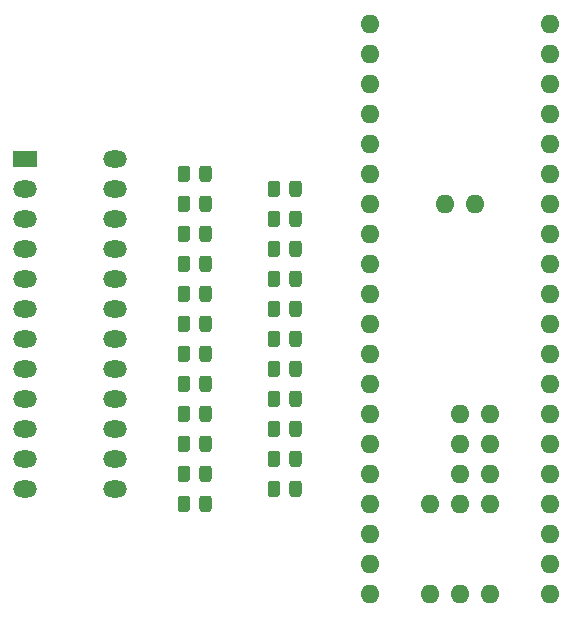
<source format=gbr>
%TF.GenerationSoftware,KiCad,Pcbnew,(5.1.9)-1*%
%TF.CreationDate,2021-02-16T23:53:01+08:00*%
%TF.ProjectId,ChipInspector24,43686970-496e-4737-9065-63746f723234,rev?*%
%TF.SameCoordinates,Original*%
%TF.FileFunction,Soldermask,Top*%
%TF.FilePolarity,Negative*%
%FSLAX46Y46*%
G04 Gerber Fmt 4.6, Leading zero omitted, Abs format (unit mm)*
G04 Created by KiCad (PCBNEW (5.1.9)-1) date 2021-02-16 23:53:01*
%MOMM*%
%LPD*%
G01*
G04 APERTURE LIST*
%ADD10O,2.000000X1.440000*%
%ADD11R,2.000000X1.440000*%
%ADD12O,1.600000X1.600000*%
G04 APERTURE END LIST*
D10*
%TO.C,J1*%
X133350000Y-115570000D03*
X125730000Y-115570000D03*
X133350000Y-113030000D03*
X125730000Y-113030000D03*
X133350000Y-110490000D03*
X125730000Y-110490000D03*
X133350000Y-107950000D03*
X125730000Y-107950000D03*
X133350000Y-105410000D03*
X125730000Y-105410000D03*
X133350000Y-102870000D03*
X125730000Y-102870000D03*
X133350000Y-100330000D03*
X125730000Y-100330000D03*
X133350000Y-97790000D03*
X125730000Y-97790000D03*
X133350000Y-95250000D03*
X125730000Y-95250000D03*
X133350000Y-92710000D03*
X125730000Y-92710000D03*
X133350000Y-90170000D03*
X125730000Y-90170000D03*
X133350000Y-87630000D03*
D11*
X125730000Y-87630000D03*
%TD*%
D12*
%TO.C,M1*%
X163830000Y-91440000D03*
X161290000Y-91440000D03*
X170180000Y-76200000D03*
X170180000Y-78740000D03*
X170180000Y-81280000D03*
X170180000Y-83820000D03*
X170180000Y-86360000D03*
X170180000Y-88900000D03*
X170180000Y-91440000D03*
X170180000Y-93980000D03*
X170180000Y-96520000D03*
X170180000Y-99060000D03*
X170180000Y-101600000D03*
X170180000Y-104140000D03*
X170180000Y-106680000D03*
X170180000Y-109220000D03*
X170180000Y-111760000D03*
X170180000Y-114300000D03*
X170180000Y-116840000D03*
X170180000Y-119380000D03*
X170180000Y-121920000D03*
X170180000Y-124460000D03*
X154940000Y-124460000D03*
X154940000Y-121920000D03*
X154940000Y-119380000D03*
X154940000Y-116840000D03*
X154940000Y-114300000D03*
X154940000Y-111760000D03*
X154940000Y-109220000D03*
X154940000Y-106680000D03*
X154940000Y-104140000D03*
X154940000Y-101600000D03*
X154940000Y-99060000D03*
X154940000Y-96520000D03*
X154940000Y-93980000D03*
X154940000Y-91440000D03*
X154940000Y-88900000D03*
X154940000Y-86360000D03*
X154940000Y-83820000D03*
X154940000Y-81280000D03*
X154940000Y-78740000D03*
X154940000Y-76200000D03*
X160020000Y-124460000D03*
X162560000Y-124460000D03*
X165100000Y-124460000D03*
X160020000Y-116840000D03*
X162560000Y-116840000D03*
X162560000Y-114300000D03*
X162560000Y-111760000D03*
X162560000Y-109220000D03*
X165100000Y-109220000D03*
X165100000Y-111760000D03*
X165100000Y-114300000D03*
X165100000Y-116840000D03*
%TD*%
%TO.C,R23*%
G36*
G01*
X148077500Y-90620002D02*
X148077500Y-89719998D01*
G75*
G02*
X148327498Y-89470000I249998J0D01*
G01*
X148852502Y-89470000D01*
G75*
G02*
X149102500Y-89719998I0J-249998D01*
G01*
X149102500Y-90620002D01*
G75*
G02*
X148852502Y-90870000I-249998J0D01*
G01*
X148327498Y-90870000D01*
G75*
G02*
X148077500Y-90620002I0J249998D01*
G01*
G37*
G36*
G01*
X146252500Y-90620002D02*
X146252500Y-89719998D01*
G75*
G02*
X146502498Y-89470000I249998J0D01*
G01*
X147027502Y-89470000D01*
G75*
G02*
X147277500Y-89719998I0J-249998D01*
G01*
X147277500Y-90620002D01*
G75*
G02*
X147027502Y-90870000I-249998J0D01*
G01*
X146502498Y-90870000D01*
G75*
G02*
X146252500Y-90620002I0J249998D01*
G01*
G37*
%TD*%
%TO.C,R22*%
G36*
G01*
X148077500Y-93160002D02*
X148077500Y-92259998D01*
G75*
G02*
X148327498Y-92010000I249998J0D01*
G01*
X148852502Y-92010000D01*
G75*
G02*
X149102500Y-92259998I0J-249998D01*
G01*
X149102500Y-93160002D01*
G75*
G02*
X148852502Y-93410000I-249998J0D01*
G01*
X148327498Y-93410000D01*
G75*
G02*
X148077500Y-93160002I0J249998D01*
G01*
G37*
G36*
G01*
X146252500Y-93160002D02*
X146252500Y-92259998D01*
G75*
G02*
X146502498Y-92010000I249998J0D01*
G01*
X147027502Y-92010000D01*
G75*
G02*
X147277500Y-92259998I0J-249998D01*
G01*
X147277500Y-93160002D01*
G75*
G02*
X147027502Y-93410000I-249998J0D01*
G01*
X146502498Y-93410000D01*
G75*
G02*
X146252500Y-93160002I0J249998D01*
G01*
G37*
%TD*%
%TO.C,R21*%
G36*
G01*
X148077500Y-95700002D02*
X148077500Y-94799998D01*
G75*
G02*
X148327498Y-94550000I249998J0D01*
G01*
X148852502Y-94550000D01*
G75*
G02*
X149102500Y-94799998I0J-249998D01*
G01*
X149102500Y-95700002D01*
G75*
G02*
X148852502Y-95950000I-249998J0D01*
G01*
X148327498Y-95950000D01*
G75*
G02*
X148077500Y-95700002I0J249998D01*
G01*
G37*
G36*
G01*
X146252500Y-95700002D02*
X146252500Y-94799998D01*
G75*
G02*
X146502498Y-94550000I249998J0D01*
G01*
X147027502Y-94550000D01*
G75*
G02*
X147277500Y-94799998I0J-249998D01*
G01*
X147277500Y-95700002D01*
G75*
G02*
X147027502Y-95950000I-249998J0D01*
G01*
X146502498Y-95950000D01*
G75*
G02*
X146252500Y-95700002I0J249998D01*
G01*
G37*
%TD*%
%TO.C,R20*%
G36*
G01*
X148077500Y-98240002D02*
X148077500Y-97339998D01*
G75*
G02*
X148327498Y-97090000I249998J0D01*
G01*
X148852502Y-97090000D01*
G75*
G02*
X149102500Y-97339998I0J-249998D01*
G01*
X149102500Y-98240002D01*
G75*
G02*
X148852502Y-98490000I-249998J0D01*
G01*
X148327498Y-98490000D01*
G75*
G02*
X148077500Y-98240002I0J249998D01*
G01*
G37*
G36*
G01*
X146252500Y-98240002D02*
X146252500Y-97339998D01*
G75*
G02*
X146502498Y-97090000I249998J0D01*
G01*
X147027502Y-97090000D01*
G75*
G02*
X147277500Y-97339998I0J-249998D01*
G01*
X147277500Y-98240002D01*
G75*
G02*
X147027502Y-98490000I-249998J0D01*
G01*
X146502498Y-98490000D01*
G75*
G02*
X146252500Y-98240002I0J249998D01*
G01*
G37*
%TD*%
%TO.C,R19*%
G36*
G01*
X148077500Y-100780002D02*
X148077500Y-99879998D01*
G75*
G02*
X148327498Y-99630000I249998J0D01*
G01*
X148852502Y-99630000D01*
G75*
G02*
X149102500Y-99879998I0J-249998D01*
G01*
X149102500Y-100780002D01*
G75*
G02*
X148852502Y-101030000I-249998J0D01*
G01*
X148327498Y-101030000D01*
G75*
G02*
X148077500Y-100780002I0J249998D01*
G01*
G37*
G36*
G01*
X146252500Y-100780002D02*
X146252500Y-99879998D01*
G75*
G02*
X146502498Y-99630000I249998J0D01*
G01*
X147027502Y-99630000D01*
G75*
G02*
X147277500Y-99879998I0J-249998D01*
G01*
X147277500Y-100780002D01*
G75*
G02*
X147027502Y-101030000I-249998J0D01*
G01*
X146502498Y-101030000D01*
G75*
G02*
X146252500Y-100780002I0J249998D01*
G01*
G37*
%TD*%
%TO.C,R18*%
G36*
G01*
X148077500Y-103320002D02*
X148077500Y-102419998D01*
G75*
G02*
X148327498Y-102170000I249998J0D01*
G01*
X148852502Y-102170000D01*
G75*
G02*
X149102500Y-102419998I0J-249998D01*
G01*
X149102500Y-103320002D01*
G75*
G02*
X148852502Y-103570000I-249998J0D01*
G01*
X148327498Y-103570000D01*
G75*
G02*
X148077500Y-103320002I0J249998D01*
G01*
G37*
G36*
G01*
X146252500Y-103320002D02*
X146252500Y-102419998D01*
G75*
G02*
X146502498Y-102170000I249998J0D01*
G01*
X147027502Y-102170000D01*
G75*
G02*
X147277500Y-102419998I0J-249998D01*
G01*
X147277500Y-103320002D01*
G75*
G02*
X147027502Y-103570000I-249998J0D01*
G01*
X146502498Y-103570000D01*
G75*
G02*
X146252500Y-103320002I0J249998D01*
G01*
G37*
%TD*%
%TO.C,R17*%
G36*
G01*
X148077500Y-105860002D02*
X148077500Y-104959998D01*
G75*
G02*
X148327498Y-104710000I249998J0D01*
G01*
X148852502Y-104710000D01*
G75*
G02*
X149102500Y-104959998I0J-249998D01*
G01*
X149102500Y-105860002D01*
G75*
G02*
X148852502Y-106110000I-249998J0D01*
G01*
X148327498Y-106110000D01*
G75*
G02*
X148077500Y-105860002I0J249998D01*
G01*
G37*
G36*
G01*
X146252500Y-105860002D02*
X146252500Y-104959998D01*
G75*
G02*
X146502498Y-104710000I249998J0D01*
G01*
X147027502Y-104710000D01*
G75*
G02*
X147277500Y-104959998I0J-249998D01*
G01*
X147277500Y-105860002D01*
G75*
G02*
X147027502Y-106110000I-249998J0D01*
G01*
X146502498Y-106110000D01*
G75*
G02*
X146252500Y-105860002I0J249998D01*
G01*
G37*
%TD*%
%TO.C,R16*%
G36*
G01*
X146252500Y-108400002D02*
X146252500Y-107499998D01*
G75*
G02*
X146502498Y-107250000I249998J0D01*
G01*
X147027502Y-107250000D01*
G75*
G02*
X147277500Y-107499998I0J-249998D01*
G01*
X147277500Y-108400002D01*
G75*
G02*
X147027502Y-108650000I-249998J0D01*
G01*
X146502498Y-108650000D01*
G75*
G02*
X146252500Y-108400002I0J249998D01*
G01*
G37*
G36*
G01*
X148077500Y-108400002D02*
X148077500Y-107499998D01*
G75*
G02*
X148327498Y-107250000I249998J0D01*
G01*
X148852502Y-107250000D01*
G75*
G02*
X149102500Y-107499998I0J-249998D01*
G01*
X149102500Y-108400002D01*
G75*
G02*
X148852502Y-108650000I-249998J0D01*
G01*
X148327498Y-108650000D01*
G75*
G02*
X148077500Y-108400002I0J249998D01*
G01*
G37*
%TD*%
%TO.C,R15*%
G36*
G01*
X148077500Y-110940002D02*
X148077500Y-110039998D01*
G75*
G02*
X148327498Y-109790000I249998J0D01*
G01*
X148852502Y-109790000D01*
G75*
G02*
X149102500Y-110039998I0J-249998D01*
G01*
X149102500Y-110940002D01*
G75*
G02*
X148852502Y-111190000I-249998J0D01*
G01*
X148327498Y-111190000D01*
G75*
G02*
X148077500Y-110940002I0J249998D01*
G01*
G37*
G36*
G01*
X146252500Y-110940002D02*
X146252500Y-110039998D01*
G75*
G02*
X146502498Y-109790000I249998J0D01*
G01*
X147027502Y-109790000D01*
G75*
G02*
X147277500Y-110039998I0J-249998D01*
G01*
X147277500Y-110940002D01*
G75*
G02*
X147027502Y-111190000I-249998J0D01*
G01*
X146502498Y-111190000D01*
G75*
G02*
X146252500Y-110940002I0J249998D01*
G01*
G37*
%TD*%
%TO.C,R14*%
G36*
G01*
X148077500Y-113480002D02*
X148077500Y-112579998D01*
G75*
G02*
X148327498Y-112330000I249998J0D01*
G01*
X148852502Y-112330000D01*
G75*
G02*
X149102500Y-112579998I0J-249998D01*
G01*
X149102500Y-113480002D01*
G75*
G02*
X148852502Y-113730000I-249998J0D01*
G01*
X148327498Y-113730000D01*
G75*
G02*
X148077500Y-113480002I0J249998D01*
G01*
G37*
G36*
G01*
X146252500Y-113480002D02*
X146252500Y-112579998D01*
G75*
G02*
X146502498Y-112330000I249998J0D01*
G01*
X147027502Y-112330000D01*
G75*
G02*
X147277500Y-112579998I0J-249998D01*
G01*
X147277500Y-113480002D01*
G75*
G02*
X147027502Y-113730000I-249998J0D01*
G01*
X146502498Y-113730000D01*
G75*
G02*
X146252500Y-113480002I0J249998D01*
G01*
G37*
%TD*%
%TO.C,R13*%
G36*
G01*
X148077500Y-116020002D02*
X148077500Y-115119998D01*
G75*
G02*
X148327498Y-114870000I249998J0D01*
G01*
X148852502Y-114870000D01*
G75*
G02*
X149102500Y-115119998I0J-249998D01*
G01*
X149102500Y-116020002D01*
G75*
G02*
X148852502Y-116270000I-249998J0D01*
G01*
X148327498Y-116270000D01*
G75*
G02*
X148077500Y-116020002I0J249998D01*
G01*
G37*
G36*
G01*
X146252500Y-116020002D02*
X146252500Y-115119998D01*
G75*
G02*
X146502498Y-114870000I249998J0D01*
G01*
X147027502Y-114870000D01*
G75*
G02*
X147277500Y-115119998I0J-249998D01*
G01*
X147277500Y-116020002D01*
G75*
G02*
X147027502Y-116270000I-249998J0D01*
G01*
X146502498Y-116270000D01*
G75*
G02*
X146252500Y-116020002I0J249998D01*
G01*
G37*
%TD*%
%TO.C,R12*%
G36*
G01*
X140457500Y-117290002D02*
X140457500Y-116389998D01*
G75*
G02*
X140707498Y-116140000I249998J0D01*
G01*
X141232502Y-116140000D01*
G75*
G02*
X141482500Y-116389998I0J-249998D01*
G01*
X141482500Y-117290002D01*
G75*
G02*
X141232502Y-117540000I-249998J0D01*
G01*
X140707498Y-117540000D01*
G75*
G02*
X140457500Y-117290002I0J249998D01*
G01*
G37*
G36*
G01*
X138632500Y-117290002D02*
X138632500Y-116389998D01*
G75*
G02*
X138882498Y-116140000I249998J0D01*
G01*
X139407502Y-116140000D01*
G75*
G02*
X139657500Y-116389998I0J-249998D01*
G01*
X139657500Y-117290002D01*
G75*
G02*
X139407502Y-117540000I-249998J0D01*
G01*
X138882498Y-117540000D01*
G75*
G02*
X138632500Y-117290002I0J249998D01*
G01*
G37*
%TD*%
%TO.C,R11*%
G36*
G01*
X140457500Y-114750002D02*
X140457500Y-113849998D01*
G75*
G02*
X140707498Y-113600000I249998J0D01*
G01*
X141232502Y-113600000D01*
G75*
G02*
X141482500Y-113849998I0J-249998D01*
G01*
X141482500Y-114750002D01*
G75*
G02*
X141232502Y-115000000I-249998J0D01*
G01*
X140707498Y-115000000D01*
G75*
G02*
X140457500Y-114750002I0J249998D01*
G01*
G37*
G36*
G01*
X138632500Y-114750002D02*
X138632500Y-113849998D01*
G75*
G02*
X138882498Y-113600000I249998J0D01*
G01*
X139407502Y-113600000D01*
G75*
G02*
X139657500Y-113849998I0J-249998D01*
G01*
X139657500Y-114750002D01*
G75*
G02*
X139407502Y-115000000I-249998J0D01*
G01*
X138882498Y-115000000D01*
G75*
G02*
X138632500Y-114750002I0J249998D01*
G01*
G37*
%TD*%
%TO.C,R10*%
G36*
G01*
X140457500Y-112210002D02*
X140457500Y-111309998D01*
G75*
G02*
X140707498Y-111060000I249998J0D01*
G01*
X141232502Y-111060000D01*
G75*
G02*
X141482500Y-111309998I0J-249998D01*
G01*
X141482500Y-112210002D01*
G75*
G02*
X141232502Y-112460000I-249998J0D01*
G01*
X140707498Y-112460000D01*
G75*
G02*
X140457500Y-112210002I0J249998D01*
G01*
G37*
G36*
G01*
X138632500Y-112210002D02*
X138632500Y-111309998D01*
G75*
G02*
X138882498Y-111060000I249998J0D01*
G01*
X139407502Y-111060000D01*
G75*
G02*
X139657500Y-111309998I0J-249998D01*
G01*
X139657500Y-112210002D01*
G75*
G02*
X139407502Y-112460000I-249998J0D01*
G01*
X138882498Y-112460000D01*
G75*
G02*
X138632500Y-112210002I0J249998D01*
G01*
G37*
%TD*%
%TO.C,R9*%
G36*
G01*
X140457500Y-109670002D02*
X140457500Y-108769998D01*
G75*
G02*
X140707498Y-108520000I249998J0D01*
G01*
X141232502Y-108520000D01*
G75*
G02*
X141482500Y-108769998I0J-249998D01*
G01*
X141482500Y-109670002D01*
G75*
G02*
X141232502Y-109920000I-249998J0D01*
G01*
X140707498Y-109920000D01*
G75*
G02*
X140457500Y-109670002I0J249998D01*
G01*
G37*
G36*
G01*
X138632500Y-109670002D02*
X138632500Y-108769998D01*
G75*
G02*
X138882498Y-108520000I249998J0D01*
G01*
X139407502Y-108520000D01*
G75*
G02*
X139657500Y-108769998I0J-249998D01*
G01*
X139657500Y-109670002D01*
G75*
G02*
X139407502Y-109920000I-249998J0D01*
G01*
X138882498Y-109920000D01*
G75*
G02*
X138632500Y-109670002I0J249998D01*
G01*
G37*
%TD*%
%TO.C,R8*%
G36*
G01*
X140457500Y-107130002D02*
X140457500Y-106229998D01*
G75*
G02*
X140707498Y-105980000I249998J0D01*
G01*
X141232502Y-105980000D01*
G75*
G02*
X141482500Y-106229998I0J-249998D01*
G01*
X141482500Y-107130002D01*
G75*
G02*
X141232502Y-107380000I-249998J0D01*
G01*
X140707498Y-107380000D01*
G75*
G02*
X140457500Y-107130002I0J249998D01*
G01*
G37*
G36*
G01*
X138632500Y-107130002D02*
X138632500Y-106229998D01*
G75*
G02*
X138882498Y-105980000I249998J0D01*
G01*
X139407502Y-105980000D01*
G75*
G02*
X139657500Y-106229998I0J-249998D01*
G01*
X139657500Y-107130002D01*
G75*
G02*
X139407502Y-107380000I-249998J0D01*
G01*
X138882498Y-107380000D01*
G75*
G02*
X138632500Y-107130002I0J249998D01*
G01*
G37*
%TD*%
%TO.C,R7*%
G36*
G01*
X140457500Y-104590002D02*
X140457500Y-103689998D01*
G75*
G02*
X140707498Y-103440000I249998J0D01*
G01*
X141232502Y-103440000D01*
G75*
G02*
X141482500Y-103689998I0J-249998D01*
G01*
X141482500Y-104590002D01*
G75*
G02*
X141232502Y-104840000I-249998J0D01*
G01*
X140707498Y-104840000D01*
G75*
G02*
X140457500Y-104590002I0J249998D01*
G01*
G37*
G36*
G01*
X138632500Y-104590002D02*
X138632500Y-103689998D01*
G75*
G02*
X138882498Y-103440000I249998J0D01*
G01*
X139407502Y-103440000D01*
G75*
G02*
X139657500Y-103689998I0J-249998D01*
G01*
X139657500Y-104590002D01*
G75*
G02*
X139407502Y-104840000I-249998J0D01*
G01*
X138882498Y-104840000D01*
G75*
G02*
X138632500Y-104590002I0J249998D01*
G01*
G37*
%TD*%
%TO.C,R6*%
G36*
G01*
X140457500Y-102050002D02*
X140457500Y-101149998D01*
G75*
G02*
X140707498Y-100900000I249998J0D01*
G01*
X141232502Y-100900000D01*
G75*
G02*
X141482500Y-101149998I0J-249998D01*
G01*
X141482500Y-102050002D01*
G75*
G02*
X141232502Y-102300000I-249998J0D01*
G01*
X140707498Y-102300000D01*
G75*
G02*
X140457500Y-102050002I0J249998D01*
G01*
G37*
G36*
G01*
X138632500Y-102050002D02*
X138632500Y-101149998D01*
G75*
G02*
X138882498Y-100900000I249998J0D01*
G01*
X139407502Y-100900000D01*
G75*
G02*
X139657500Y-101149998I0J-249998D01*
G01*
X139657500Y-102050002D01*
G75*
G02*
X139407502Y-102300000I-249998J0D01*
G01*
X138882498Y-102300000D01*
G75*
G02*
X138632500Y-102050002I0J249998D01*
G01*
G37*
%TD*%
%TO.C,R5*%
G36*
G01*
X140457500Y-99510002D02*
X140457500Y-98609998D01*
G75*
G02*
X140707498Y-98360000I249998J0D01*
G01*
X141232502Y-98360000D01*
G75*
G02*
X141482500Y-98609998I0J-249998D01*
G01*
X141482500Y-99510002D01*
G75*
G02*
X141232502Y-99760000I-249998J0D01*
G01*
X140707498Y-99760000D01*
G75*
G02*
X140457500Y-99510002I0J249998D01*
G01*
G37*
G36*
G01*
X138632500Y-99510002D02*
X138632500Y-98609998D01*
G75*
G02*
X138882498Y-98360000I249998J0D01*
G01*
X139407502Y-98360000D01*
G75*
G02*
X139657500Y-98609998I0J-249998D01*
G01*
X139657500Y-99510002D01*
G75*
G02*
X139407502Y-99760000I-249998J0D01*
G01*
X138882498Y-99760000D01*
G75*
G02*
X138632500Y-99510002I0J249998D01*
G01*
G37*
%TD*%
%TO.C,R4*%
G36*
G01*
X140457500Y-96970002D02*
X140457500Y-96069998D01*
G75*
G02*
X140707498Y-95820000I249998J0D01*
G01*
X141232502Y-95820000D01*
G75*
G02*
X141482500Y-96069998I0J-249998D01*
G01*
X141482500Y-96970002D01*
G75*
G02*
X141232502Y-97220000I-249998J0D01*
G01*
X140707498Y-97220000D01*
G75*
G02*
X140457500Y-96970002I0J249998D01*
G01*
G37*
G36*
G01*
X138632500Y-96970002D02*
X138632500Y-96069998D01*
G75*
G02*
X138882498Y-95820000I249998J0D01*
G01*
X139407502Y-95820000D01*
G75*
G02*
X139657500Y-96069998I0J-249998D01*
G01*
X139657500Y-96970002D01*
G75*
G02*
X139407502Y-97220000I-249998J0D01*
G01*
X138882498Y-97220000D01*
G75*
G02*
X138632500Y-96970002I0J249998D01*
G01*
G37*
%TD*%
%TO.C,R3*%
G36*
G01*
X140457500Y-94430002D02*
X140457500Y-93529998D01*
G75*
G02*
X140707498Y-93280000I249998J0D01*
G01*
X141232502Y-93280000D01*
G75*
G02*
X141482500Y-93529998I0J-249998D01*
G01*
X141482500Y-94430002D01*
G75*
G02*
X141232502Y-94680000I-249998J0D01*
G01*
X140707498Y-94680000D01*
G75*
G02*
X140457500Y-94430002I0J249998D01*
G01*
G37*
G36*
G01*
X138632500Y-94430002D02*
X138632500Y-93529998D01*
G75*
G02*
X138882498Y-93280000I249998J0D01*
G01*
X139407502Y-93280000D01*
G75*
G02*
X139657500Y-93529998I0J-249998D01*
G01*
X139657500Y-94430002D01*
G75*
G02*
X139407502Y-94680000I-249998J0D01*
G01*
X138882498Y-94680000D01*
G75*
G02*
X138632500Y-94430002I0J249998D01*
G01*
G37*
%TD*%
%TO.C,R2*%
G36*
G01*
X140457500Y-91890002D02*
X140457500Y-90989998D01*
G75*
G02*
X140707498Y-90740000I249998J0D01*
G01*
X141232502Y-90740000D01*
G75*
G02*
X141482500Y-90989998I0J-249998D01*
G01*
X141482500Y-91890002D01*
G75*
G02*
X141232502Y-92140000I-249998J0D01*
G01*
X140707498Y-92140000D01*
G75*
G02*
X140457500Y-91890002I0J249998D01*
G01*
G37*
G36*
G01*
X138632500Y-91890002D02*
X138632500Y-90989998D01*
G75*
G02*
X138882498Y-90740000I249998J0D01*
G01*
X139407502Y-90740000D01*
G75*
G02*
X139657500Y-90989998I0J-249998D01*
G01*
X139657500Y-91890002D01*
G75*
G02*
X139407502Y-92140000I-249998J0D01*
G01*
X138882498Y-92140000D01*
G75*
G02*
X138632500Y-91890002I0J249998D01*
G01*
G37*
%TD*%
%TO.C,R1*%
G36*
G01*
X140457500Y-89350002D02*
X140457500Y-88449998D01*
G75*
G02*
X140707498Y-88200000I249998J0D01*
G01*
X141232502Y-88200000D01*
G75*
G02*
X141482500Y-88449998I0J-249998D01*
G01*
X141482500Y-89350002D01*
G75*
G02*
X141232502Y-89600000I-249998J0D01*
G01*
X140707498Y-89600000D01*
G75*
G02*
X140457500Y-89350002I0J249998D01*
G01*
G37*
G36*
G01*
X138632500Y-89350002D02*
X138632500Y-88449998D01*
G75*
G02*
X138882498Y-88200000I249998J0D01*
G01*
X139407502Y-88200000D01*
G75*
G02*
X139657500Y-88449998I0J-249998D01*
G01*
X139657500Y-89350002D01*
G75*
G02*
X139407502Y-89600000I-249998J0D01*
G01*
X138882498Y-89600000D01*
G75*
G02*
X138632500Y-89350002I0J249998D01*
G01*
G37*
%TD*%
M02*

</source>
